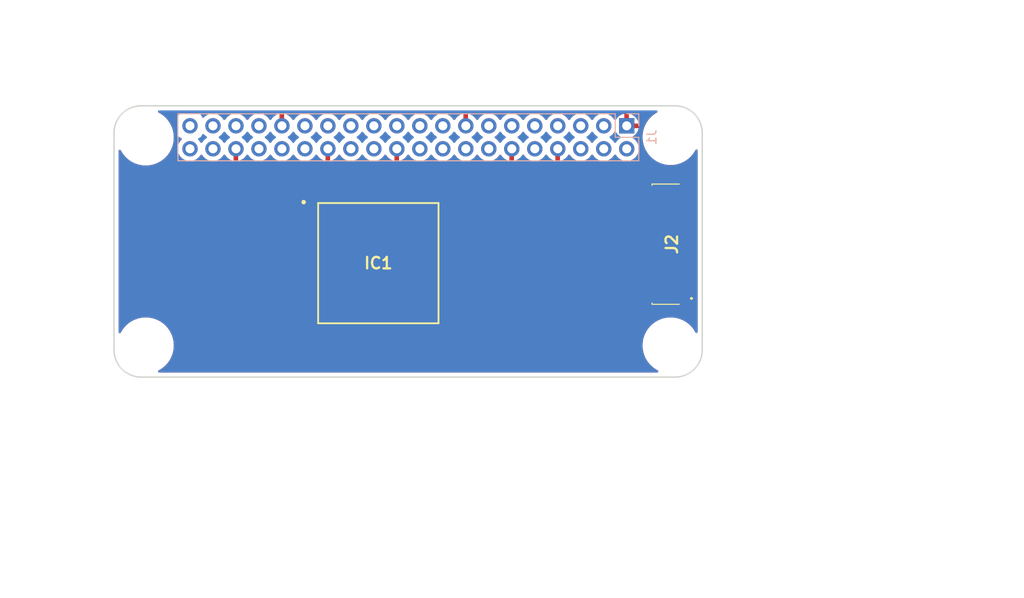
<source format=kicad_pcb>
(kicad_pcb (version 20221018) (generator pcbnew)
  (layers (0 "F.Cu" signal) (1 "In1.Cu" signal) (2 "In2.Cu" signal) (31 "B.Cu" signal) (34 "B.Paste" user) (35 "F.Paste" user) (36 "B.SilkS" user "B.Silkscreen") (37 "F.SilkS" user "F.Silkscreen") (38 "B.Mask" user) (39 "F.Mask" user) (44 "Edge.Cuts" user))
  (net 0 "")
  (net 1 "RED1")
  (net 2 "GND")
  (net 3 "RED0")
  (net 4 "RED6")
  (net 5 "GREEN4")
  (net 6 "GREEN7")
  (net 7 "GREEN1")
  (net 8 "GREEN0")
  (net 9 "BLUE2")
  (net 10 "BLUE1")
  (net 11 "DEN")
  (net 12 "CLK")
  (net 13 "BLUE3")
  (net 14 "BLUE4")
  (net 15 "BLUE7")
  (net 16 "RED5")
  (net 17 "BLUE5")
  (net 18 "BLUE6")
  (net 19 "RED4")
  (net 20 "+3V3")
  (net 21 "RED3")
  (net 22 "RED2")
  (net 23 "RED7")
  (net 24 "GREEN6")
  (net 25 "GREEN5")
  (net 26 "GREEN3")
  (net 27 "GREEN2")
  (net 28 "BLUE0")
  (net 29 "H-SYNC")
  (net 30 "+5V")
  (net 31 "V-SYNC")
  (footprint "Component_lib:MountingHole_2.7mm_M2.5_uHAT_RPi" (layer "F.Cu") (at 101.55 72.2)
    (fp_text reference "H4" hide)
    (fp_text value "MountingHole")
    (pad "" np_thru_hole circle (at 0 0) (size 2.7 2.7) (drill 2.7) (layers "*.Cu" "*.Mask") (clearance 1.75))
  )
  (footprint "Component_lib:MountingHole_2.7mm_M2.5_uHAT_RPi" (layer "F.Cu") (at 101.55 95.2)
    (fp_text reference "H1" hide)
    (fp_text value "MountingHole")
    (pad "" np_thru_hole circle (at 0 0) (size 2.7 2.7) (drill 2.7) (layers "*.Cu" "*.Mask") (clearance 1.75))
  )
  (footprint "Component_lib:QFP50P1600X1600X120-100N" (layer "F.Cu") (at 127.25 86.1)
    (fp_text reference "IC1" (at 0 0) (layer "F.SilkS") (effects (font (size 1.27 1.27) (thickness 0.254))))
    (fp_text value "DS90C387VJDX_NOPB" hide)
    (fp_line (start -6.65 -6.65) (end 6.65 -6.65) (stroke (width 0.2)) (layer "F.SilkS"))
    (fp_line (start -6.65 6.65) (end -6.65 -6.65) (stroke (width 0.2)) (layer "F.SilkS"))
    (fp_line (start 6.65 -6.65) (end 6.65 6.65) (stroke (width 0.2)) (layer "F.SilkS"))
    (fp_line (start 6.65 6.65) (end -6.65 6.65) (stroke (width 0.2)) (layer "F.SilkS"))
    (fp_circle (center -8.25 -6.75) (end -8.25 -6.625) (stroke (width 0.25)) (fill none) (layer "F.SilkS"))
    (pad "1" smd rect (at -7.75 -6 90) (size 0.3 1.5) (layers "F.Cu" "F.Paste" "F.Mask"))
    (pad "2" smd rect (at -7.75 -5.5 90) (size 0.3 1.5) (layers "F.Cu" "F.Paste" "F.Mask"))
    (pad "3" smd rect (at -7.75 -5 90) (size 0.3 1.5) (layers "F.Cu" "F.Paste" "F.Mask"))
    (pad "4" smd rect (at -7.75 -4.5 90) (size 0.3 1.5) (layers "F.Cu" "F.Paste" "F.Mask"))
    (pad "5" smd rect (at -7.75 -4 90) (size 0.3 1.5) (layers "F.Cu" "F.Paste" "F.Mask"))
    (pad "6" smd rect (at -7.75 -3.5 90) (size 0.3 1.5) (layers "F.Cu" "F.Paste" "F.Mask"))
    (pad "7" smd rect (at -7.75 -3 90) (size 0.3 1.5) (layers "F.Cu" "F.Paste" "F.Mask"))
    (pad "8" smd rect (at -7.75 -2.5 90) (size 0.3 1.5) (layers "F.Cu" "F.Paste" "F.Mask"))
    (pad "9" smd rect (at -7.75 -2 90) (size 0.3 1.5) (layers "F.Cu" "F.Paste" "F.Mask"))
    (pad "10" smd rect (at -7.75 -1.5 90) (size 0.3 1.5) (layers "F.Cu" "F.Paste" "F.Mask"))
    (pad "11" smd rect (at -7.75 -1 90) (size 0.3 1.5) (layers "F.Cu" "F.Paste" "F.Mask"))
    (pad "12" smd rect (at -7.75 -0.5 90) (size 0.3 1.5) (layers "F.Cu" "F.Paste" "F.Mask"))
    (pad "13" smd rect (at -7.75 0 90) (size 0.3 1.5) (layers "F.Cu" "F.Paste" "F.Mask"))
    (pad "14" smd rect (at -7.75 0.5 90) (size 0.3 1.5) (layers "F.Cu" "F.Paste" "F.Mask"))
    (pad "15" smd rect (at -7.75 1 90) (size 0.3 1.5) (layers "F.Cu" "F.Paste" "F.Mask"))
    (pad "16" smd rect (at -7.75 1.5 90) (size 0.3 1.5) (layers "F.Cu" "F.Paste" "F.Mask"))
    (pad "17" smd rect (at -7.75 2 90) (size 0.3 1.5) (layers "F.Cu" "F.Paste" "F.Mask"))
    (pad "18" smd rect (at -7.75 2.5 90) (size 0.3 1.5) (layers "F.Cu" "F.Paste" "F.Mask"))
    (pad "19" smd rect (at -7.75 3 90) (size 0.3 1.5) (layers "F.Cu" "F.Paste" "F.Mask"))
    (pad "20" smd rect (at -7.75 3.5 90) (size 0.3 1.5) (layers "F.Cu" "F.Paste" "F.Mask"))
    (pad "21" smd rect (at -7.75 4 90) (size 0.3 1.5) (layers "F.Cu" "F.Paste" "F.Mask"))
    (pad "22" smd rect (at -7.75 4.5 90) (size 0.3 1.5) (layers "F.Cu" "F.Paste" "F.Mask"))
    (pad "23" smd rect (at -7.75 5 90) (size 0.3 1.5) (layers "F.Cu" "F.Paste" "F.Mask"))
    (pad "24" smd rect (at -7.75 5.5 90) (size 0.3 1.5) (layers "F.Cu" "F.Paste" "F.Mask"))
    (pad "25" smd rect (at -7.75 6 90) (size 0.3 1.5) (layers "F.Cu" "F.Paste" "F.Mask"))
    (pad "26" smd rect (at -6 7.75) (size 0.3 1.5) (layers "F.Cu" "F.Paste" "F.Mask"))
    (pad "27" smd rect (at -5.5 7.75) (size 0.3 1.5) (layers "F.Cu" "F.Paste" "F.Mask"))
    (pad "28" smd rect (at -5 7.75) (size 0.3 1.5) (layers "F.Cu" "F.Paste" "F.Mask"))
    (pad "29" smd rect (at -4.5 7.75) (size 0.3 1.5) (layers "F.Cu" "F.Paste" "F.Mask"))
    (pad "30" smd rect (at -4 7.75) (size 0.3 1.5) (layers "F.Cu" "F.Paste" "F.Mask"))
    (pad "31" smd rect (at -3.5 7.75) (size 0.3 1.5) (layers "F.Cu" "F.Paste" "F.Mask"))
    (pad "32" smd rect (at -3 7.75) (size 0.3 1.5) (layers "F.Cu" "F.Paste" "F.Mask"))
    (pad "33" smd rect (at -2.5 7.75) (size 0.3 1.5) (layers "F.Cu" "F.Paste" "F.Mask"))
    (pad "34" smd rect (at -2 7.75) (size 0.3 1.5) (layers "F.Cu" "F.Paste" "F.Mask"))
    (pad "35" smd rect (at -1.5 7.75) (size 0.3 1.5) (layers "F.Cu" "F.Paste" "F.Mask"))
    (pad "36" smd rect (at -1 7.75) (size 0.3 1.5) (layers "F.Cu" "F.Paste" "F.Mask"))
    (pad "37" smd rect (at -0.5 7.75) (size 0.3 1.5) (layers "F.Cu" "F.Paste" "F.Mask"))
    (pad "38" smd rect (at 0 7.75) (size 0.3 1.5) (layers "F.Cu" "F.Paste" "F.Mask"))
    (pad "39" smd rect (at 0.5 7.75) (size 0.3 1.5) (layers "F.Cu" "F.Paste" "F.Mask"))
    (pad "40" smd rect (at 1 7.75) (size 0.3 1.5) (layers "F.Cu" "F.Paste" "F.Mask"))
    (pad "41" smd rect (at 1.5 7.75) (size 0.3 1.5) (layers "F.Cu" "F.Paste" "F.Mask"))
    (pad "42" smd rect (at 2 7.75) (size 0.3 1.5) (layers "F.Cu" "F.Paste" "F.Mask"))
    (pad "43" smd rect (at 2.5 7.75) (size 0.3 1.5) (layers "F.Cu" "F.Paste" "F.Mask"))
    (pad "44" smd rect (at 3 7.75) (size 0.3 1.5) (layers "F.Cu" "F.Paste" "F.Mask"))
    (pad "45" smd rect (at 3.5 7.75) (size 0.3 1.5) (layers "F.Cu" "F.Paste" "F.Mask"))
    (pad "46" smd rect (at 4 7.75) (size 0.3 1.5) (layers "F.Cu" "F.Paste" "F.Mask"))
    (pad "47" smd rect (at 4.5 7.75) (size 0.3 1.5) (layers "F.Cu" "F.Paste" "F.Mask"))
    (pad "48" smd rect (at 5 7.75) (size 0.3 1.5) (layers "F.Cu" "F.Paste" "F.Mask"))
    (pad "49" smd rect (at 5.5 7.75) (size 0.3 1.5) (layers "F.Cu" "F.Paste" "F.Mask"))
    (pad "50" smd rect (at 6 7.75) (size 0.3 1.5) (layers "F.Cu" "F.Paste" "F.Mask"))
    (pad "51" smd rect (at 7.75 6 90) (size 0.3 1.5) (layers "F.Cu" "F.Paste" "F.Mask"))
    (pad "52" smd rect (at 7.75 5.5 90) (size 0.3 1.5) (layers "F.Cu" "F.Paste" "F.Mask"))
    (pad "53" smd rect (at 7.75 5 90) (size 0.3 1.5) (layers "F.Cu" "F.Paste" "F.Mask"))
    (pad "54" smd rect (at 7.75 4.5 90) (size 0.3 1.5) (layers "F.Cu" "F.Paste" "F.Mask"))
    (pad "55" smd rect (at 7.75 4 90) (size 0.3 1.5) (layers "F.Cu" "F.Paste" "F.Mask"))
    (pad "56" smd rect (at 7.75 3.5 90) (size 0.3 1.5) (layers "F.Cu" "F.Paste" "F.Mask"))
    (pad "57" smd rect (at 7.75 3 90) (size 0.3 1.5) (layers "F.Cu" "F.Paste" "F.Mask"))
    (pad "58" smd rect (at 7.75 2.5 90) (size 0.3 1.5) (layers "F.Cu" "F.Paste" "F.Mask"))
    (pad "59" smd rect (at 7.75 2 90) (size 0.3 1.5) (layers "F.Cu" "F.Paste" "F.Mask"))
    (pad "60" smd rect (at 7.75 1.5 90) (size 0.3 1.5) (layers "F.Cu" "F.Paste" "F.Mask"))
    (pad "61" smd rect (at 7.75 1 90) (size 0.3 1.5) (layers "F.Cu" "F.Paste" "F.Mask"))
    (pad "62" smd rect (at 7.75 0.5 90) (size 0.3 1.5) (layers "F.Cu" "F.Paste" "F.Mask"))
    (pad "63" smd rect (at 7.75 0 90) (size 0.3 1.5) (layers "F.Cu" "F.Paste" "F.Mask"))
    (pad "64" smd rect (at 7.75 -0.5 90) (size 0.3 1.5) (layers "F.Cu" "F.Paste" "F.Mask"))
    (pad "65" smd rect (at 7.75 -1 90) (size 0.3 1.5) (layers "F.Cu" "F.Paste" "F.Mask"))
    (pad "66" smd rect (at 7.75 -1.5 90) (size 0.3 1.5) (layers "F.Cu" "F.Paste" "F.Mask"))
    (pad "67" smd rect (at 7.75 -2 90) (size 0.3 1.5) (layers "F.Cu" "F.Paste" "F.Mask"))
    (pad "68" smd rect (at 7.75 -2.5 90) (size 0.3 1.5) (layers "F.Cu" "F.Paste" "F.Mask"))
    (pad "69" smd rect (at 7.75 -3 90) (size 0.3 1.5) (layers "F.Cu" "F.Paste" "F.Mask"))
    (pad "70" smd rect (at 7.75 -3.5 90) (size 0.3 1.5) (layers "F.Cu" "F.Paste" "F.Mask"))
    (pad "71" smd rect (at 7.75 -4 90) (size 0.3 1.5) (layers "F.Cu" "F.Paste" "F.Mask"))
    (pad "72" smd rect (at 7.75 -4.5 90) (size 0.3 1.5) (layers "F.Cu" "F.Paste" "F.Mask"))
    (pad "73" smd rect (at 7.75 -5 90) (size 0.3 1.5) (layers "F.Cu" "F.Paste" "F.Mask"))
    (pad "74" smd rect (at 7.75 -5.5 90) (size 0.3 1.5) (layers "F.Cu" "F.Paste" "F.Mask"))
    (pad "75" smd rect (at 7.75 -6 90) (size 0.3 1.5) (layers "F.Cu" "F.Paste" "F.Mask"))
    (pad "76" smd rect (at 6 -7.75) (size 0.3 1.5) (layers "F.Cu" "F.Paste" "F.Mask"))
    (pad "77" smd rect (at 5.5 -7.75) (size 0.3 1.5) (layers "F.Cu" "F.Paste" "F.Mask"))
    (pad "78" smd rect (at 5 -7.75) (size 0.3 1.5) (layers "F.Cu" "F.Paste" "F.Mask"))
    (pad "79" smd rect (at 4.5 -7.75) (size 0.3 1.5) (layers "F.Cu" "F.Paste" "F.Mask"))
    (pad "80" smd rect (at 4 -7.75) (size 0.3 1.5) (layers "F.Cu" "F.Paste" "F.Mask"))
    (pad "81" smd rect (at 3.5 -7.75) (size 0.3 1.5) (layers "F.Cu" "F.Paste" "F.Mask"))
    (pad "82" smd rect (at 3 -7.75) (size 0.3 1.5) (layers "F.Cu" "F.Paste" "F.Mask"))
    (pad "83" smd rect (at 2.5 -7.75) (size 0.3 1.5) (layers "F.Cu" "F.Paste" "F.Mask"))
    (pad "84" smd rect (at 2 -7.75) (size 0.3 1.5) (layers "F.Cu" "F.Paste" "F.Mask"))
    (pad "85" smd rect (at 1.5 -7.75) (size 0.3 1.5) (layers "F.Cu" "F.Paste" "F.Mask"))
    (pad "86" smd rect (at 1 -7.75) (size 0.3 1.5) (layers "F.Cu" "F.Paste" "F.Mask"))
    (pad "87" smd rect (at 0.5 -7.75) (size 0.3 1.5) (layers "F.Cu" "F.Paste" "F.Mask"))
    (pad "88" smd rect (at 0 -7.75) (size 0.3 1.5) (layers "F.Cu" "F.Paste" "F.Mask"))
    (pad "89" smd rect (at -0.5 -7.75) (size 0.3 1.5) (layers "F.Cu" "F.Paste" "F.Mask"))
    (pad "90" smd rect (at -1 -7.75) (size 0.3 1.5) (layers "F.Cu" "F.Paste" "F.Mask"))
    (pad "91" smd rect (at -1.5 -7.75) (size 0.3 1.5) (layers "F.Cu" "F.Paste" "F.Mask"))
    (pad "92" smd rect (at -2 -7.75) (size 0.3 1.5) (layers "F.Cu" "F.Paste" "F.Mask"))
    (pad "93" smd rect (at -2.5 -7.75) (size 0.3 1.5) (layers "F.Cu" "F.Paste" "F.Mask"))
    (pad "94" smd rect (at -3 -7.75) (size 0.3 1.5) (layers "F.Cu" "F.Paste" "F.Mask"))
    (pad "95" smd rect (at -3.5 -7.75) (size 0.3 1.5) (layers "F.Cu" "F.Paste" "F.Mask"))
    (pad "96" smd rect (at -4 -7.75) (size 0.3 1.5) (layers "F.Cu" "F.Paste" "F.Mask"))
    (pad "97" smd rect (at -4.5 -7.75) (size 0.3 1.5) (layers "F.Cu" "F.Paste" "F.Mask"))
    (pad "98" smd rect (at -5 -7.75) (size 0.3 1.5) (layers "F.Cu" "F.Paste" "F.Mask"))
    (pad "99" smd rect (at -5.5 -7.75) (size 0.3 1.5) (layers "F.Cu" "F.Paste" "F.Mask"))
    (pad "100" smd rect (at -6 -7.75) (size 0.3 1.5) (layers "F.Cu" "F.Paste" "F.Mask"))
  )
  (footprint "Component_lib:MountingHole_2.7mm_M2.5_uHAT_RPi" (layer "F.Cu") (at 159.55 95.2)
    (fp_text reference "H3" hide)
    (fp_text value "MountingHole")
    (pad "" np_thru_hole circle (at 0 0) (size 2.7 2.7) (drill 2.7) (layers "*.Cu" "*.Mask") (clearance 1.75))
  )
  (footprint "Component_lib:MountingHole_2.7mm_M2.5_uHAT_RPi" (layer "F.Cu") (at 159.55 72.15)
    (fp_text reference "H2" hide)
    (fp_text value "MountingHole")
    (pad "" np_thru_hole circle (at 0 0) (size 2.7 2.7) (drill 2.7) (layers "*.Cu" "*.Mask") (clearance 1.75))
  )
  (footprint "Component_lib:FR02C061JA1R5000" (layer "F.Cu") (at 159 84 90)
    (fp_text reference "J2" (at 0 0.685 90) (layer "F.SilkS") (effects (font (size 1.27 1.27) (thickness 0.254))))
    (fp_text value "FR02C061JA1-R5000" hide)
    (fp_line (start -6.65 -1.5) (end -6.65 -1.5) (stroke (width 0.1)) (layer "F.SilkS"))
    (fp_line (start -6.65 -1.5) (end -6.65 -1.5) (stroke (width 0.1)) (layer "F.SilkS"))
    (fp_line (start -6.65 -1.5) (end -6.65 1.5) (stroke (width 0.1)) (layer "F.SilkS"))
    (fp_line (start -6.65 -1.5) (end -6.5 -1.5) (stroke (width 0.1)) (layer "F.SilkS"))
    (fp_line (start -6.65 1.5) (end -6.65 -1.5) (stroke (width 0.1)) (layer "F.SilkS"))
    (fp_line (start -6.65 1.5) (end -6.65 1.5) (stroke (width 0.1)) (layer "F.SilkS"))
    (fp_line (start -6.5 -1.5) (end -6.65 -1.5) (stroke (width 0.1)) (layer "F.SilkS"))
    (fp_line (start -6.5 -1.5) (end -6.5 -1.5) (stroke (width 0.1)) (layer "F.SilkS"))
    (fp_line (start -6 2.8) (end -6 2.8) (stroke (width 0.2)) (layer "F.SilkS"))
    (fp_line (start -6 2.9) (end -6 2.9) (stroke (width 0.2)) (layer "F.SilkS"))
    (fp_line (start -6 2.9) (end -6 2.9) (stroke (width 0.2)) (layer "F.SilkS"))
    (fp_line (start 6.5 -1.5) (end 6.5 -1.5) (stroke (width 0.1)) (layer "F.SilkS"))
    (fp_line (start 6.5 -1.5) (end 6.65 -1.5) (stroke (width 0.1)) (layer "F.SilkS"))
    (fp_line (start 6.65 -1.5) (end 6.5 -1.5) (stroke (width 0.1)) (layer "F.SilkS"))
    (fp_line (start 6.65 -1.5) (end 6.65 -1.5) (stroke (width 0.1)) (layer "F.SilkS"))
    (fp_line (start 6.65 -1.5) (end 6.65 -1.5) (stroke (width 0.1)) (layer "F.SilkS"))
    (fp_line (start 6.65 -1.5) (end 6.65 1.5) (stroke (width 0.1)) (layer "F.SilkS"))
    (fp_line (start 6.65 1.5) (end 6.65 -1.5) (stroke (width 0.1)) (layer "F.SilkS"))
    (fp_line (start 6.65 1.5) (end 6.65 1.5) (stroke (width 0.1)) (layer "F.SilkS"))
    (fp_arc (start -6 2.8) (mid -5.95 2.85) (end -6 2.9) (stroke (width 0.2)) (layer "F.SilkS"))
    (fp_arc (start -6 2.8) (mid -5.95 2.85) (end -6 2.9) (stroke (width 0.2)) (layer "F.SilkS"))
    (fp_arc (start -6 2.9) (mid -6.05 2.85) (end -6 2.8) (stroke (width 0.2)) (layer "F.SilkS"))
    (pad "1" smd rect (at -6 1.5 90) (size 0.18 0.4) (layers "F.Cu" "F.Paste" "F.Mask"))
    (pad "2" smd rect (at -5.8 -1.33 90) (size 0.18 0.4) (layers "F.Cu" "F.Paste" "F.Mask"))
    (pad "3" smd rect (at -5.6 1.5 90) (size 0.18 0.4) (layers "F.Cu" "F.Paste" "F.Mask"))
    (pad "4" smd rect (at -5.4 -1.33 90) (size 0.18 0.4) (layers "F.Cu" "F.Paste" "F.Mask"))
    (pad "5" smd rect (at -5.2 1.5 90) (size 0.18 0.4) (layers "F.Cu" "F.Paste" "F.Mask"))
    (pad "6" smd rect (at -5 -1.33 90) (size 0.18 0.4) (layers "F.Cu" "F.Paste" "F.Mask"))
    (pad "7" smd rect (at -4.8 1.5 90) (size 0.18 0.4) (layers "F.Cu" "F.Paste" "F.Mask"))
    (pad "8" smd rect (at -4.6 -1.33 90) (size 0.18 0.4) (layers "F.Cu" "F.Paste" "F.Mask"))
    (pad "9" smd rect (at -4.4 1.5 90) (size 0.18 0.4) (layers "F.Cu" "F.Paste" "F.Mask"))
    (pad "10" smd rect (at -4.2 -1.33 90) (size 0.18 0.4) (layers "F.Cu" "F.Paste" "F.Mask"))
    (pad "11" smd rect (at -4 1.5 90) (size 0.18 0.4) (layers "F.Cu" "F.Paste" "F.Mask"))
    (pad "12" smd rect (at -3.8 -1.33 90) (size 0.18 0.4) (layers "F.Cu" "F.Paste" "F.Mask"))
    (pad "13" smd rect (at -3.6 1.5 90) (size 0.18 0.4) (layers "F.Cu" "F.Paste" "F.Mask"))
    (pad "14" smd rect (at -3.4 -1.33 90) (size 0.18 0.4) (layers "F.Cu" "F.Paste" "F.Mask"))
    (pad "15" smd rect (at -3.2 1.5 90) (size 0.18 0.4) (layers "F.Cu" "F.Paste" "F.Mask"))
    (pad "16" smd rect (at -3 -1.33 90) (size 0.18 0.4) (layers "F.Cu" "F.Paste" "F.Mask"))
    (pad "17" smd rect (at -2.8 1.5 90) (size 0.18 0.4) (layers "F.Cu" "F.Paste" "F.Mask"))
    (pad "18" smd rect (at -2.6 -1.33 90) (size 0.18 0.4) (layers "F.Cu" "F.Paste" "F.Mask"))
    (pad "19" smd rect (at -2.4 1.5 90) (size 0.18 0.4) (layers "F.Cu" "F.Paste" "F.Mask"))
    (pad "20" smd rect (at -2.2 -1.33 90) (size 0.18 0.4) (layers "F.Cu" "F.Paste" "F.Mask"))
    (pad "21" smd rect (at -2 1.5 90) (size 0.18 0.4) (layers "F.Cu" "F.Paste" "F.Mask"))
    (pad "22" smd rect (at -1.8 -1.33 90) (size 0.18 0.4) (layers "F.Cu" "F.Paste" "F.Mask"))
    (pad "23" smd rect (at -1.6 1.5 90) (size 0.18 0.4) (layers "F.Cu" "F.Paste" "F.Mask"))
    (pad "24" smd rect (at -1.4 -1.33 90) (size 0.18 0.4) (layers "F.Cu" "F.Paste" "F.Mask"))
    (pad "25" smd rect (at -1.2 1.5 90) (size 0.18 0.4) (layers "F.Cu" "F.Paste" "F.Mask"))
    (pad "26" smd rect (at -1 -1.33 90) (size 0.18 0.4) (layers "F.Cu" "F.Paste" "F.Mask"))
    (pad "27" smd rect (at -0.8 1.5 90) (size 0.18 0.4) (layers "F.Cu" "F.Paste" "F.Mask"))
    (pad "28" smd rect (at -0.6 -1.33 90) (size 0.18 0.4) (layers "F.Cu" "F.Paste" "F.Mask"))
    (pad "29" smd rect (at -0.4 1.5 90) (size 0.18 0.4) (layers "F.Cu" "F.Paste" "F.Mask"))
    (pad "30" smd rect (at -0.2 -1.33 90) (size 0.18 0.4) (layers "F.Cu" "F.Paste" "F.Mask"))
    (pad "31" smd rect (at 0 1.5 90) (size 0.18 0.4) (layers "F.Cu" "F.Paste" "F.Mask"))
    (pad "32" smd rect (at 0.2 -1.33 90) (size 0.18 0.4) (layers "F.Cu" "F.Paste" "F.Mask"))
    (pad "33" smd rect (at 0.4 1.5 90) (size 0.18 0.4) (layers "F.Cu" "F.Paste" "F.Mask"))
    (pad "34" smd rect (at 0.6 -1.33 90) (size 0.18 0.4) (layers "F.Cu" "F.Paste" "F.Mask"))
    (pad "35" smd rect (at 0.8 1.5 90) (size 0.18 0.4) (layers "F.Cu" "F.Paste" "F.Mask"))
    (pad "36" smd rect (at 1 -1.33 90) (size 0.18 0.4) (layers "F.Cu" "F.Paste" "F.Mask"))
    (pad "37" smd rect (at 1.2 1.5 90) (size 0.18 0.4) (layers "F.Cu" "F.Paste" "F.Mask"))
    (pad "38" smd rect (at 1.4 -1.33 90) (size 0.18 0.4) (layers "F.Cu" "F.Paste" "F.Mask"))
    (pad "39" smd rect (at 1.6 1.5 90) (size 0.18 0.4) (layers "F.Cu" "F.Paste" "F.Mask"))
    (pad "40" smd rect (at 1.8 -1.33 90) (size 0.18 0.4) (layers "F.Cu" "F.Paste" "F.Mask"))
    (pad "41" smd rect (at 2 1.5 90) (size 0.18 0.4) (layers "F.Cu" "F.Paste" "F.Mask"))
    (pad "42" smd rect (at 2.2 -1.33 90) (size 0.18 0.4) (layers "F.Cu" "F.Paste" "F.Mask"))
    (pad "43" smd rect (at 2.4 1.5 90) (size 0.18 0.4) (layers "F.Cu" "F.Paste" "F.Mask"))
    (pad "44" smd rect (at 2.6 -1.33 90) (size 0.18 0.4) (layers "F.Cu" "F.Paste" "F.Mask"))
    (pad "45" smd rect (at 2.8 1.5 90) (size 0.18 0.4) (layers "F.Cu" "F.Paste" "F.Mask"))
    (pad "46" smd rect (at 3 -1.33 90) (size 0.18 0.4) (layers "F.Cu" "F.Paste" "F.Mask"))
    (pad "47" smd rect (at 3.2 1.5 90) (size 0.18 0.4) (layers "F.Cu" "F.Paste" "F.Mask"))
    (pad "48" smd rect (at 3.4 -1.33 90) (size 0.18 0.4) (layers "F.Cu" "F.Paste" "F.Mask"))
    (pad "49" smd rect (at 3.6 1.5 90) (size 0.18 0.4) (layers "F.Cu" "F.Paste" "F.Mask"))
    (pad "50" smd rect (at 3.8 -1.33 90) (size 0.18 0.4) (layers "F.Cu" "F.Paste" "F.Mask"))
    (pad "51" smd rect (at 4 1.5 90) (size 0.18 0.4) (layers "F.Cu" "F.Paste" "F.Mask"))
    (pad "52" smd rect (at 4.2 -1.33 90) (size 0.18 0.4) (layers "F.Cu" "F.Paste" "F.Mask"))
    (pad "53" smd rect (at 4.4 1.5 90) (size 0.18 0.4) (layers "F.Cu" "F.Paste" "F.Mask"))
    (pad "54" smd rect (at 4.6 -1.33 90) (size 0.18 0.4) (layers "F.Cu" "F.Paste" "F.Mask"))
    (pad "55" smd rect (at 4.8 1.5 90) (size 0.18 0.4) (layers "F.Cu" "F.Paste" "F.Mask"))
    (pad "56" smd rect (at 5 -1.33 90) (size 0.18 0.4) (layers "F.Cu" "F.Paste" "F.Mask"))
    (pad "57" smd rect (at 5.2 1.5 90) (size 0.18 0.4) (layers "F.Cu" "F.Paste" "F.Mask"))
    (pad "58" smd rect (at 5.4 -1.33 90) (size 0.18 0.4) (layers "F.Cu" "F.Paste" "F.Mask"))
    (pad "59" smd rect (at 5.6 1.5 90) (size 0.18 0.4) (layers "F.Cu" "F.Paste" "F.Mask"))
    (pad "60" smd rect (at 5.8 -1.33 90) (size 0.18 0.4) (layers "F.Cu" "F.Paste" "F.Mask"))
    (pad "61" smd rect (at 6 1.5 90) (size 0.18 0.4) (layers "F.Cu" "F.Paste" "F.Mask"))
  )
  (footprint "Connector_PinSocket_2.54mm:PinSocket_2x20_P2.54mm_Vertical" (layer "B.Cu") (at 154.7 70.91 90)
    (fp_text reference "J1" (at -1.27 2.77 90) (layer "B.SilkS") (effects (justify mirror)))
    (fp_text value "Conn_02x20_Odd_Even")
    (fp_line (start -3.87 -49.59) (end 1.33 -49.59) (stroke (width 0.12)) (layer "B.SilkS"))
    (fp_line (start -3.87 1.33) (end -3.87 -49.59) (stroke (width 0.12)) (layer "B.SilkS"))
    (fp_line (start -3.87 1.33) (end -1.27 1.33) (stroke (width 0.12)) (layer "B.SilkS"))
    (fp_line (start -1.27 -1.27) (end 1.33 -1.27) (stroke (width 0.12)) (layer "B.SilkS"))
    (fp_line (start -1.27 1.33) (end -1.27 -1.27) (stroke (width 0.12)) (layer "B.SilkS"))
    (fp_line (start 0 1.33) (end 1.33 1.33) (stroke (width 0.12)) (layer "B.SilkS"))
    (fp_line (start 1.33 -1.27) (end 1.33 -49.59) (stroke (width 0.12)) (layer "B.SilkS"))
    (fp_line (start 1.33 1.33) (end 1.33 0) (stroke (width 0.12)) (layer "B.SilkS"))
    (pad "1" thru_hole rect (at 0 0 90) (size 1.7 1.7) (drill 1) (layers "*.Cu" "*.Mask") (net 20 "+3V3"))
    (pad "2" thru_hole oval (at -2.54 0 90) (size 1.7 1.7) (drill 1) (layers "*.Cu" "*.Mask") (net 30 "+5V"))
    (pad "3" thru_hole oval (at 0 -2.54 90) (size 1.7 1.7) (drill 1) (layers "*.Cu" "*.Mask") (net 31 "V-SYNC"))
    (pad "4" thru_hole oval (at -2.54 -2.54 90) (size 1.7 1.7) (drill 1) (layers "*.Cu" "*.Mask") (net 30 "+5V"))
    (pad "5" thru_hole oval (at 0 -5.08 90) (size 1.7 1.7) (drill 1) (layers "*.Cu" "*.Mask") (net 29 "H-SYNC"))
    (pad "6" thru_hole oval (at -2.54 -5.08 90) (size 1.7 1.7) (drill 1) (layers "*.Cu" "*.Mask") (net 2 "GND"))
    (pad "7" thru_hole oval (at 0 -7.62 90) (size 1.7 1.7) (drill 1) (layers "*.Cu" "*.Mask") (net 28 "BLUE0"))
    (pad "8" thru_hole oval (at -2.54 -7.62 90) (size 1.7 1.7) (drill 1) (layers "*.Cu" "*.Mask") (net 27 "GREEN2"))
    (pad "9" thru_hole oval (at 0 -10.16 90) (size 1.7 1.7) (drill 1) (layers "*.Cu" "*.Mask") (net 2 "GND"))
    (pad "10" thru_hole oval (at -2.54 -10.16 90) (size 1.7 1.7) (drill 1) (layers "*.Cu" "*.Mask") (net 26 "GREEN3"))
    (pad "11" thru_hole oval (at 0 -12.7 90) (size 1.7 1.7) (drill 1) (layers "*.Cu" "*.Mask") (net 25 "GREEN5"))
    (pad "12" thru_hole oval (at -2.54 -12.7 90) (size 1.7 1.7) (drill 1) (layers "*.Cu" "*.Mask") (net 24 "GREEN6"))
    (pad "13" thru_hole oval (at 0 -15.24 90) (size 1.7 1.7) (drill 1) (layers "*.Cu" "*.Mask") (net 23 "RED7"))
    (pad "14" thru_hole oval (at -2.54 -15.24 90) (size 1.7 1.7) (drill 1) (layers "*.Cu" "*.Mask") (net 2 "GND"))
    (pad "15" thru_hole oval (at 0 -17.78 90) (size 1.7 1.7) (drill 1) (layers "*.Cu" "*.Mask") (net 22 "RED2"))
    (pad "16" thru_hole oval (at -2.54 -17.78 90) (size 1.7 1.7) (drill 1) (layers "*.Cu" "*.Mask") (net 21 "RED3"))
    (pad "17" thru_hole oval (at 0 -20.32 90) (size 1.7 1.7) (drill 1) (layers "*.Cu" "*.Mask") (net 20 "+3V3"))
    (pad "18" thru_hole oval (at -2.54 -20.32 90) (size 1.7 1.7) (drill 1) (layers "*.Cu" "*.Mask") (net 19 "RED4"))
    (pad "19" thru_hole oval (at 0 -22.86 90) (size 1.7 1.7) (drill 1) (layers "*.Cu" "*.Mask") (net 18 "BLUE6"))
    (pad "20" thru_hole oval (at -2.54 -22.86 90) (size 1.7 1.7) (drill 1) (layers "*.Cu" "*.Mask") (net 2 "GND"))
    (pad "21" thru_hole oval (at 0 -25.4 90) (size 1.7 1.7) (drill 1) (layers "*.Cu" "*.Mask") (net 17 "BLUE5"))
    (pad "22" thru_hole oval (at -2.54 -25.4 90) (size 1.7 1.7) (drill 1) (layers "*.Cu" "*.Mask") (net 16 "RED5"))
    (pad "23" thru_hole oval (at 0 -27.94 90) (size 1.7 1.7) (drill 1) (layers "*.Cu" "*.Mask") (net 15 "BLUE7"))
    (pad "24" thru_hole oval (at -2.54 -27.94 90) (size 1.7 1.7) (drill 1) (layers "*.Cu" "*.Mask") (net 14 "BLUE4"))
    (pad "25" thru_hole oval (at 0 -30.48 90) (size 1.7 1.7) (drill 1) (layers "*.Cu" "*.Mask") (net 2 "GND"))
    (pad "26" thru_hole oval (at -2.54 -30.48 90) (size 1.7 1.7) (drill 1) (layers "*.Cu" "*.Mask") (net 13 "BLUE3"))
    (pad "27" thru_hole oval (at 0 -33.02 90) (size 1.7 1.7) (drill 1) (layers "*.Cu" "*.Mask") (net 12 "CLK"))
    (pad "28" thru_hole oval (at -2.54 -33.02 90) (size 1.7 1.7) (drill 1) (layers "*.Cu" "*.Mask") (net 11 "DEN"))
    (pad "29" thru_hole oval (at 0 -35.56 90) (size 1.7 1.7) (drill 1) (layers "*.Cu" "*.Mask") (net 10 "BLUE1"))
    (pad "30" thru_hole oval (at -2.54 -35.56 90) (size 1.7 1.7) (drill 1) (layers "*.Cu" "*.Mask") (net 2 "GND"))
    (pad "31" thru_hole oval (at 0 -38.1 90) (size 1.7 1.7) (drill 1) (layers "*.Cu" "*.Mask") (net 9 "BLUE2"))
    (pad "32" thru_hole oval (at -2.54 -38.1 90) (size 1.7 1.7) (drill 1) (layers "*.Cu" "*.Mask") (net 8 "GREEN0"))
    (pad "33" thru_hole oval (at 0 -40.64 90) (size 1.7 1.7) (drill 1) (layers "*.Cu" "*.Mask") (net 7 "GREEN1"))
    (pad "34" thru_hole oval (at -2.54 -40.64 90) (size 1.7 1.7) (drill 1) (layers "*.Cu" "*.Mask") (net 2 "GND"))
    (pad "35" thru_hole oval (at 0 -43.18 90) (size 1.7 1.7) (drill 1) (layers "*.Cu" "*.Mask") (net 6 "GREEN7"))
    (pad "36" thru_hole oval (at -2.54 -43.18 90) (size 1.7 1.7) (drill 1) (layers "*.Cu" "*.Mask") (net 5 "GREEN4"))
    (pad "37" thru_hole oval (at 0 -45.72 90) (size 1.7 1.7) (drill 1) (layers "*.Cu" "*.Mask") (net 4 "RED6"))
    (pad "38" thru_hole oval (at -2.54 -45.72 90) (size 1.7 1.7) (drill 1) (layers "*.Cu" "*.Mask") (net 3 "RED0"))
    (pad "39" thru_hole oval (at 0 -48.26 90) (size 1.7 1.7) (drill 1) (layers "*.Cu" "*.Mask") (net 2 "GND"))
    (pad "40" thru_hole oval (at -2.54 -48.26 90) (size 1.7 1.7) (drill 1) (layers "*.Cu" "*.Mask") (net 1 "RED1"))
  )
  (gr_line (start 101.544 98.698) (end 101.044 98.698) (stroke (width 0.15)) (layer "Edge.Cuts"))
  (gr_line (start 163.044 71.698) (end 163.044 95.698) (stroke (width 0.15)) (layer "Edge.Cuts"))
  (gr_arc (start 98.044 71.698) (mid 98.92268 69.57668) (end 101.044 68.698) (stroke (width 0.15)) (layer "Edge.Cuts"))
  (gr_line (start 101.044 68.698) (end 160.044 68.698) (stroke (width 0.15)) (layer "Edge.Cuts"))
  (gr_line (start 159.544 98.698) (end 160.044 98.698) (stroke (width 0.15)) (layer "Edge.Cuts"))
  (gr_line (start 98.044 95.698) (end 98.044 71.698) (stroke (width 0.15)) (layer "Edge.Cuts"))
  (gr_arc (start 163.044 95.698) (mid 162.16532 97.81932) (end 160.044 98.698) (stroke (width 0.15)) (layer "Edge.Cuts"))
  (gr_arc (start 101.044 98.698) (mid 98.92268 97.81932) (end 98.044 95.698) (stroke (width 0.15)) (layer "Edge.Cuts"))
  (gr_line (start 101.544 98.698) (end 159.544 98.698) (stroke (width 0.15)) (layer "Edge.Cuts"))
  (gr_arc (start 160.044 68.698) (mid 162.16532 69.57668) (end 163.044 71.698) (stroke (width 0.15)) (layer "Edge.Cuts"))
  (zone (net 2) (net_name "GND") (layer "F.Cu") (connect_pads (clearance 0.508)) (min_thickness 0.254) (fill yes (thermal_gap 0.508) (thermal_bridge_width 0.508))
    (polygon (pts (xy 96.464 67.118) (xy 96.464 99.63) (xy 164.028 99.63) (xy 164.028 67.118)))
  )
  (zone (net 0) (net_name "") (layer "B.Cu") (connect_pads (clearance 0.508)) (min_thickness 0.254) (fill yes (thermal_gap 0.508) (thermal_bridge_width 0.508))
    (polygon (pts (xy 96.464 67.118) (xy 96.464 99.63) (xy 164.028 99.63) (xy 164.028 67.118)))
  )
)
</source>
